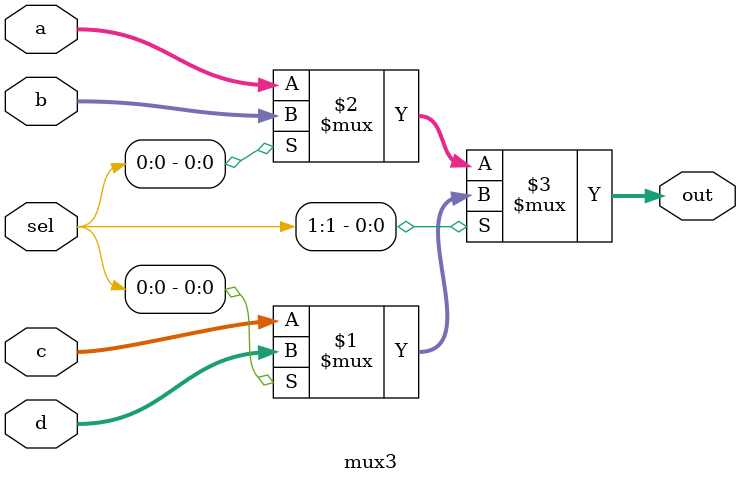
<source format=v>
`timescale 1ns / 1ps


module mux3 #(parameter WIDTH = 32) ( 
         input  [WIDTH-1:0] a,                 
         input  [WIDTH-1:0] b,                 
         input  [WIDTH-1:0] c,                 
         input  [WIDTH-1:0] d,                 
         input  [1:0]       sel,               
         output [WIDTH-1:0] out);            
 
   // When sel[1] is 0, (sel[0]? b:a) is selected and when sel[1] is 1, (sel[0] ? d:c) is taken
   // When sel[0] is 0, a is sent to output, else b and when sel[0] is 0, c is sent to output, else d
   assign out = sel[1] ? (sel[0] ? d : c) : (sel[0] ? b : a); 
 
endmodule

</source>
